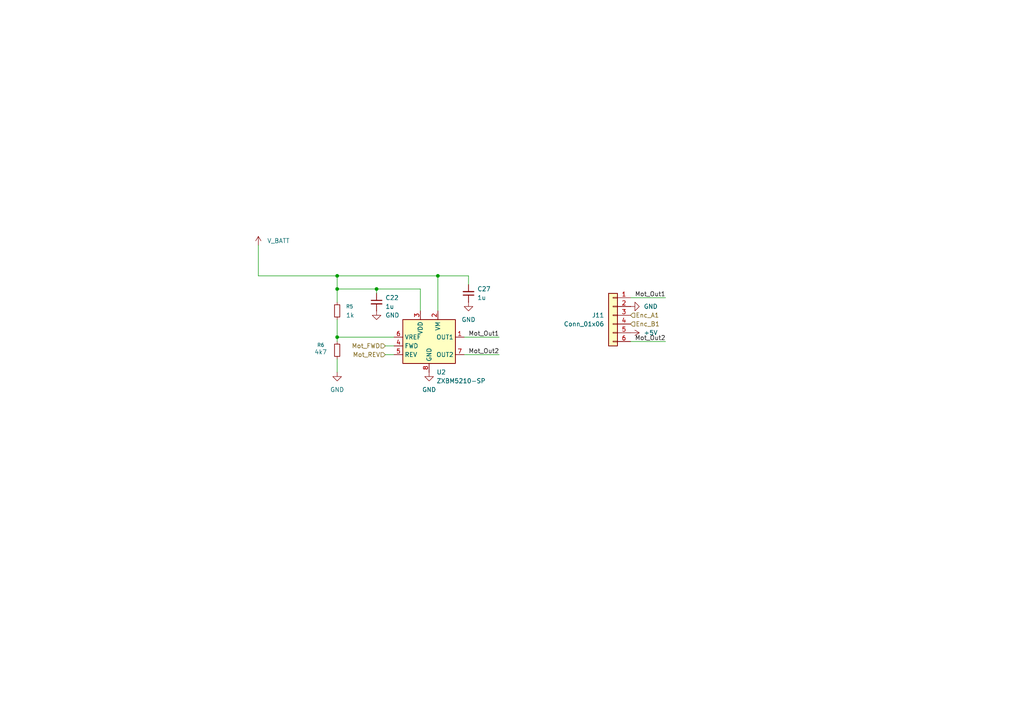
<source format=kicad_sch>
(kicad_sch (version 20250114) (generator "eeschema") (generator_version "9.0")
  (paper "A4")
  (lib_symbols
    (symbol "Connector_Generic:Conn_01x06" (pin_names (offset 1.016) (hide yes))
      (property "Reference" "J" (at 0 7.62 0))
      (property "Value" "Conn_01x06" (at 0 -10.16 0))
      (symbol "Conn_01x06_1_1"
        (rectangle (start -1.27 6.35) (end 1.27 -8.89) (stroke (width 0.254)) (fill (type background)))
        (rectangle (start -1.27 5.207) (end 0 4.953) (stroke (width 0.1524)))
        (rectangle (start -1.27 2.667) (end 0 2.413) (stroke (width 0.1524)))
        (rectangle (start -1.27 0.127) (end 0 -0.127) (stroke (width 0.1524)))
        (rectangle (start -1.27 -2.413) (end 0 -2.667) (stroke (width 0.1524)))
        (rectangle (start -1.27 -4.953) (end 0 -5.207) (stroke (width 0.1524)))
        (rectangle (start -1.27 -7.493) (end 0 -7.747) (stroke (width 0.1524)))
        (pin passive line (at -5.08 5.08 0) (length 3.81) (name "Pin_1") (number "1"))
        (pin passive line (at -5.08 2.54 0) (length 3.81) (name "Pin_2") (number "2"))
        (pin passive line (at -5.08 0 0) (length 3.81) (name "Pin_3") (number "3"))
        (pin passive line (at -5.08 -2.54 0) (length 3.81) (name "Pin_4") (number "4"))
        (pin passive line (at -5.08 -5.08 0) (length 3.81) (name "Pin_5") (number "5"))
        (pin passive line (at -5.08 -7.62 0) (length 3.81) (name "Pin_6") (number "6"))
      )
    )
    (symbol "Device:C_Small" (pin_numbers (hide yes)) (pin_names (offset 0.254) (hide yes))
      (property "Reference" "C" (at 0.254 1.778 0))
      (property "Value" "C_Small" (at 0.254 -2.032 0))
      (symbol "C_Small_0_1"
        (polyline (pts (xy -1.524 0.508) (xy 1.524 0.508)) (stroke (width 0.3048)))
        (polyline (pts (xy -1.524 -0.508) (xy 1.524 -0.508)) (stroke (width 0.3302)))
      )
      (symbol "C_Small_1_1"
        (pin passive line (at 0 2.54 270) (length 2.032) (name "~") (number "1"))
        (pin passive line (at 0 -2.54 90) (length 2.032) (name "~") (number "2"))
      )
    )
    (symbol "Device:R_Small" (pin_numbers (hide yes)) (pin_names (offset 0.254) (hide yes))
      (property "Reference" "R" (at 0 0 90))
      (property "Value" "R_Small" (at 1.778 0 90))
      (symbol "R_Small_0_1"
        (rectangle (start -0.762 1.778) (end 0.762 -1.778) (stroke (width 0.2032)))
      )
      (symbol "R_Small_1_1"
        (pin passive line (at 0 2.54 270) (length 0.762) (name "~") (number "1"))
        (pin passive line (at 0 -2.54 90) (length 0.762) (name "~") (number "2"))
      )
    )
    (symbol "Driver_Motor:ZXBM5210-SP"
      (property "Reference" "U" (at -7.62 8.89 0))
      (property "Value" "ZXBM5210-SP" (at 10.16 8.89 0))
      (symbol "ZXBM5210-SP_0_0"
        (pin input line (at -10.16 2.54 0) (length 2.54) (name "VREF") (number "6"))
        (pin input line (at -10.16 0 0) (length 2.54) (name "FWD") (number "4"))
        (pin input line (at -10.16 -2.54 0) (length 2.54) (name "REV") (number "5"))
        (pin power_in line (at -2.54 10.16 270) (length 2.54) (name "VDD") (number "3"))
        (pin power_in line (at 0 -7.62 90) (length 2.54) (name "GND") (number "8"))
        (pin passive line (at 0 -7.62 90) (length 2.54) (hide yes) (name "GND") (number "9"))
        (pin power_in line (at 2.54 10.16 270) (length 2.54) (name "VM") (number "2"))
        (pin output line (at 10.16 2.54 180) (length 2.54) (name "OUT1") (number "1"))
        (pin output line (at 10.16 -2.54 180) (length 2.54) (name "OUT2") (number "7"))
      )
      (symbol "ZXBM5210-SP_0_1"
        (rectangle (start -7.62 7.62) (end 7.62 -5.08) (stroke (width 0.254)) (fill (type background)))
      )
    )
    (symbol "power:+5V" (power) (pin_numbers (hide yes)) (pin_names (offset 0) (hide yes))
      (property "Value" "+5V" (at 0 3.556 0))
      (symbol "+5V_0_1"
        (polyline (pts (xy -0.762 1.27) (xy 0 2.54)))
        (polyline (pts (xy 0 2.54) (xy 0.762 1.27)))
        (polyline (pts (xy 0 0) (xy 0 2.54)))
      )
      (symbol "+5V_1_1"
        (pin power_in line (at 0 0 90) (length 0) (name "~") (number "1"))
      )
    )
    (symbol "power:+7.5V" (power) (pin_numbers (hide yes)) (pin_names (offset 0) (hide yes))
      (property "Value" "+7.5V" (at 0 3.556 0))
      (symbol "+7.5V_0_1"
        (polyline (pts (xy -0.762 1.27) (xy 0 2.54)))
        (polyline (pts (xy 0 2.54) (xy 0.762 1.27)))
        (polyline (pts (xy 0 0) (xy 0 2.54)))
      )
      (symbol "+7.5V_1_1"
        (pin power_in line (at 0 0 90) (length 0) (name "~") (number "1"))
      )
    )
    (symbol "power:GND" (power) (pin_numbers (hide yes)) (pin_names (offset 0) (hide yes))
      (property "Value" "GND" (at 0 -3.81 0))
      (symbol "GND_0_1"
        (polyline (pts (xy 0 0) (xy 0 -1.27) (xy 1.27 -1.27) (xy 0 -2.54) (xy -1.27 -1.27) (xy 0 -1.27)))
      )
      (symbol "GND_1_1"
        (pin power_in line (at 0 0 270) (length 0) (name "~") (number "1"))
      )
    )
  )
  (junction (at 109.22 83.82))
  (junction (at 127 80.01))
  (junction (at 97.79 83.82))
  (junction (at 97.79 80.01))
  (junction (at 97.79 97.79))
  (wire (pts (xy 97.79 83.82) (xy 109.22 83.82)))
  (wire (pts (xy 134.62 102.87) (xy 144.78 102.87)))
  (wire (pts (xy 97.79 92.71) (xy 97.79 97.79)))
  (wire (pts (xy 111.76 100.33) (xy 114.3 100.33)))
  (wire (pts (xy 127 80.01) (xy 97.79 80.01)))
  (wire (pts (xy 74.93 80.01) (xy 97.79 80.01)))
  (wire (pts (xy 144.78 97.79) (xy 134.62 97.79)))
  (wire (pts (xy 182.88 86.36) (xy 193.04 86.36)))
  (wire (pts (xy 74.93 71.12) (xy 74.93 80.01)))
  (wire (pts (xy 97.79 104.14) (xy 97.79 107.95)))
  (wire (pts (xy 109.22 83.82) (xy 109.22 85.09)))
  (wire (pts (xy 127 80.01) (xy 127 90.17)))
  (wire (pts (xy 97.79 80.01) (xy 97.79 83.82)))
  (wire (pts (xy 109.22 83.82) (xy 121.92 83.82)))
  (wire (pts (xy 135.89 80.01) (xy 135.89 82.55)))
  (wire (pts (xy 127 80.01) (xy 135.89 80.01)))
  (wire (pts (xy 97.79 83.82) (xy 97.79 87.63)))
  (wire (pts (xy 97.79 97.79) (xy 97.79 99.06)))
  (wire (pts (xy 97.79 97.79) (xy 114.3 97.79)))
  (wire (pts (xy 121.92 83.82) (xy 121.92 90.17)))
  (wire (pts (xy 111.76 102.87) (xy 114.3 102.87)))
  (wire (pts (xy 182.88 99.06) (xy 193.04 99.06)))
  (label "Mot_Out2" (at 193.04 99.06 180))
  (label "Mot_Out1" (at 193.04 86.36 180))
  (label "Mot_Out1" (at 144.78 97.79 180))
  (label "Mot_Out2" (at 144.78 102.87 180))
  (hierarchical_label "Enc_B1" (shape input) (at 182.88 93.98 0))
  (hierarchical_label "Mot_FWD" (shape input) (at 111.76 100.33 180))
  (hierarchical_label "Mot_REV" (shape input) (at 111.76 102.87 180))
  (hierarchical_label "Enc_A1" (shape input) (at 182.88 91.44 0))
  (symbol (lib_id "Connector_Generic:Conn_01x06") (at 177.8 91.44 0) (mirror y) (unit 1)
    (property "Reference" "J9" (at 175.26 91.4399 0) (effects (justify left)))
    (property "Value" "Conn_01x06" (at 175.26 93.9799 0) (effects (justify left)))
    (property "Description" "Generic connector, single row, 01x06, script generated (kicad-library-utils/schlib/autogen/connector/)" (effects (hide yes)))
    (instances (project "Projet_Robot" (path "" (reference "J11") (unit 1)) (path "" (reference "J9") (unit 1))))
  )
  (symbol (lib_id "Driver_Motor:ZXBM5210-SP") (at 124.46 100.33 0) (unit 1)
    (property "Reference" "U3" (at 126.6033 107.95 0) (effects (justify left)))
    (property "Value" "ZXBM5210-SP" (at 126.6033 110.49 0) (effects (justify left)))
    (property "Footprint" "Package_SO:Diodes_SO-8EP" (effects (hide yes)))
    (property "Datasheet" "https://www.diodes.com/assets/Datasheets/ZXBM5210.pdf" (effects (hide yes)))
    (property "Description" "Reversible DC motor drive with speed control, 3-18V, 0.85A, SOIC-8EP" (effects (hide yes)))
    (instances (project "Projet_Robot" (path "" (reference "U2") (unit 1)) (path "" (reference "U3") (unit 1))))
  )
  (symbol (lib_id "power:GND") (at 135.89 87.63 0) (unit 1)
    (property "Reference" "#PWR023" (effects (hide yes)))
    (property "Value" "GND" (at 135.89 92.71 0))
    (property "Description" "Power symbol creates a global label with name \"GND\" , ground" (effects (hide yes)))
    (instances (project "Projet_Robot" (path "" (reference "#PWR018") (unit 1)) (path "" (reference "#PWR023") (unit 1))))
  )
  (symbol (lib_id "power:GND") (at 109.22 90.17 0) (unit 1)
    (property "Reference" "#PWR021" (effects (hide yes)))
    (property "Value" "GND" (at 111.76 91.4399 0) (effects (justify left)))
    (property "Description" "Power symbol creates a global label with name \"GND\" , ground" (effects (hide yes)))
    (instances (project "Projet_Robot" (path "" (reference "#PWR016") (unit 1)) (path "" (reference "#PWR021") (unit 1))))
  )
  (symbol (lib_id "power:GND") (at 182.88 88.9 90) (mirror x) (unit 1)
    (property "Reference" "#PWR013" (effects (hide yes)))
    (property "Value" "GND" (at 186.69 88.8999 90) (effects (justify right)))
    (property "Description" "Power symbol creates a global label with name \"GND\" , ground" (effects (hide yes)))
    (instances (project "Projet_Robot" (path "" (reference "#PWR019") (unit 1)) (path "" (reference "#PWR013") (unit 1))))
  )
  (symbol (lib_id "Device:C_Small") (at 109.22 87.63 0) (unit 1)
    (property "Reference" "C23" (at 111.76 86.3662 0) (effects (justify left)))
    (property "Value" "1u" (at 111.76 88.9062 0) (effects (justify left)))
    (property "Description" "Unpolarized capacitor, small symbol" (effects (hide yes)))
    (instances (project "Projet_Robot" (path "" (reference "C22") (unit 1)) (path "" (reference "C23") (unit 1))))
  )
  (symbol (lib_id "Device:R_Small") (at 97.79 90.17 0) (unit 1)
    (property "Reference" "R18" (at 100.33 88.8999 0) (effects (font (size 1.016 1.016)) (justify left)))
    (property "Value" "1k" (at 100.33 91.4399 0) (effects (justify left)))
    (property "Description" "Resistor, small symbol" (effects (hide yes)))
    (instances (project "Projet_Robot" (path "" (reference "R5") (unit 1)) (path "" (reference "R18") (unit 1))))
  )
  (symbol (lib_id "Device:C_Small") (at 135.89 85.09 180) (unit 1)
    (property "Reference" "C24" (at 138.43 83.8135 0) (effects (justify right)))
    (property "Value" "1u" (at 138.43 86.3535 0) (effects (justify right)))
    (property "Description" "Unpolarized capacitor, small symbol" (effects (hide yes)))
    (instances (project "Projet_Robot" (path "" (reference "C27") (unit 1)) (path "" (reference "C24") (unit 1))))
  )
  (symbol (lib_id "power:+7.5V") (at 74.93 71.12 0) (unit 1)
    (property "Reference" "#PWR01" (effects (hide yes)))
    (property "Value" "V_BATT" (at 77.47 69.8499 0) (effects (justify left)))
    (property "Description" "Power symbol creates a global label with name \"+7.5V\"" (effects (hide yes)))
    (instances (project "Projet_Robot" (path "" (reference "#PWR014") (unit 1)) (path "" (reference "#PWR01") (unit 1))))
  )
  (symbol (lib_id "Device:R_Small") (at 97.79 101.6 0) (unit 1)
    (property "Reference" "R19" (at 91.948 100.076 0) (effects (font (size 1.016 1.016)) (justify left)))
    (property "Value" "4k7" (at 91.186 102.108 0) (effects (justify left)))
    (property "Description" "Resistor, small symbol" (effects (hide yes)))
    (instances (project "Projet_Robot" (path "" (reference "R6") (unit 1)) (path "" (reference "R19") (unit 1))))
  )
  (symbol (lib_id "power:GND") (at 97.79 107.95 0) (unit 1)
    (property "Reference" "#PWR020" (effects (hide yes)))
    (property "Value" "GND" (at 97.79 113.03 0))
    (property "Description" "Power symbol creates a global label with name \"GND\" , ground" (effects (hide yes)))
    (instances (project "Projet_Robot" (path "" (reference "#PWR015") (unit 1)) (path "" (reference "#PWR020") (unit 1))))
  )
  (symbol (lib_id "power:GND") (at 124.46 107.95 0) (unit 1)
    (property "Reference" "#PWR022" (effects (hide yes)))
    (property "Value" "GND" (at 124.46 113.03 0))
    (property "Description" "Power symbol creates a global label with name \"GND\" , ground" (effects (hide yes)))
    (instances (project "Projet_Robot" (path "" (reference "#PWR017") (unit 1)) (path "" (reference "#PWR022") (unit 1))))
  )
  (symbol (lib_id "power:+5V") (at 182.88 96.52 270) (mirror x) (unit 1)
    (property "Reference" "#PWR012" (effects (hide yes)))
    (property "Value" "+5V" (at 186.69 96.5199 90) (effects (justify left)))
    (property "Description" "Power symbol creates a global label with name \"+5V\"" (effects (hide yes)))
    (instances (project "Projet_Robot" (path "" (reference "#PWR027") (unit 1)) (path "" (reference "#PWR012") (unit 1))))
  )
)
</source>
